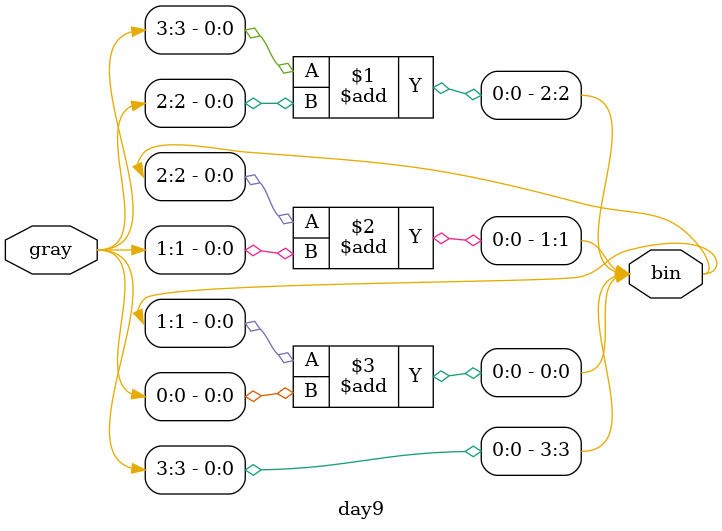
<source format=sv>
module day9
#(
    parameter n = 3 
)(
    bin,
    gray);
output [n:0] bin;
input [n:0] gray;

assign bin[n] = gray[n];

genvar i;

for(i=0; i<n; i = i+1) begin
    assign bin[n-i-1] = bin[n-i] + gray[n-i-1];
end

endmodule
</source>
